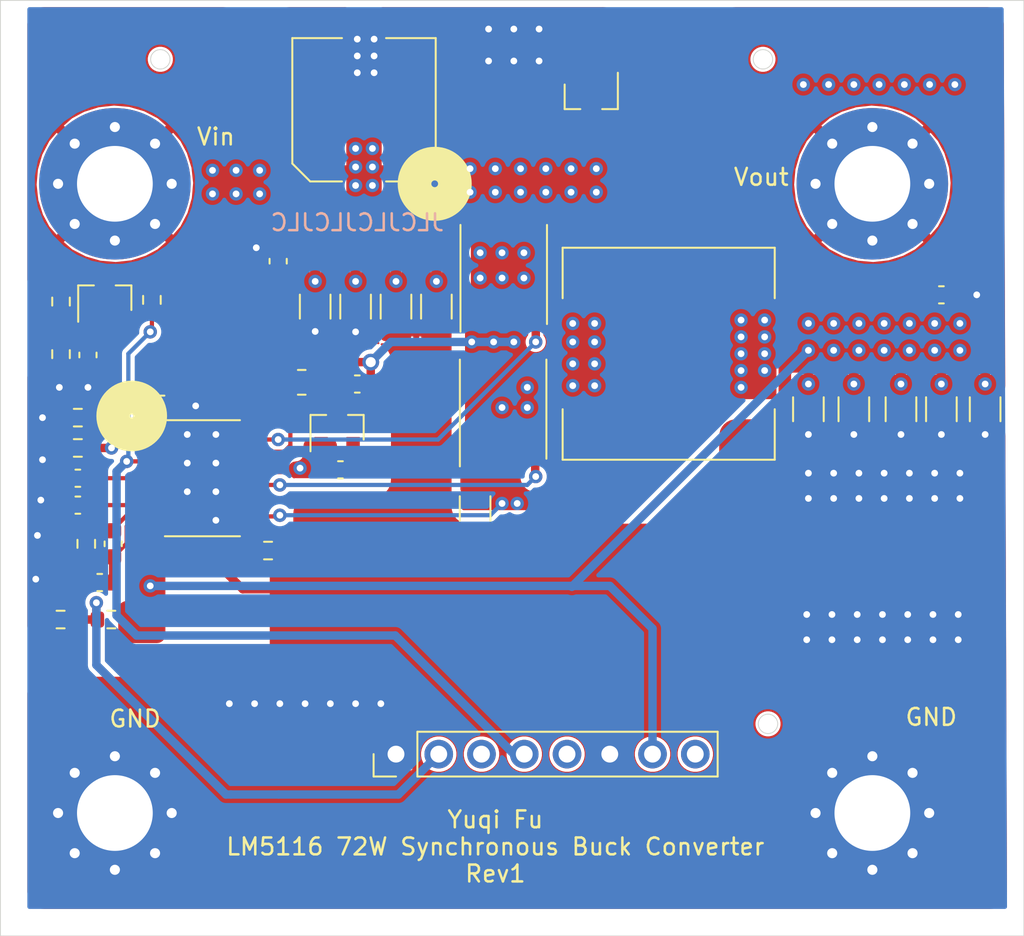
<source format=kicad_pcb>
(kicad_pcb (version 20171130) (host pcbnew "(5.1.8)-1")
  (layers (0 F.Cu power) (1 In1.Cu power) (2 In2.Cu power) (31 B.Cu signal) (34 B.Paste user) (35 F.Paste user) (36 B.SilkS user) (37 F.SilkS user) (38 B.Mask user) (39 F.Mask user) (44 Edge.Cuts user))
  (net 0 "")
  (net 1 CSG)
  (net 2 "Net-(C1-Pad1)")
  (net 3 "Net-(C2-Pad2)")
  (net 4 FB)
  (net 5 "Net-(C3-Pad1)")
  (net 6 Vin)
  (net 7 "Net-(C5-Pad2)")
  (net 8 "Net-(C6-Pad1)")
  (net 9 SW)
  (net 10 "Net-(C11-Pad1)")
  (net 11 Vcc)
  (net 12 Vout)
  (net 13 EN)
  (net 14 "Net-(R5-Pad1)")
  (net 15 "Net-(R7-Pad1)")
  (net 16 "Net-(R8-Pad2)")
  (net 17 CS)
  (net 18 HO)
  (net 19 LO)
  (net 20 "Net-(U1-Pad17)")
  (module MountingHole:MountingHole_4.5mm_Pad_Via (layer F.Cu) (at 121 122.2)
    (fp_text reference H4)
    (fp_text value MountingHole_Pad)
    (pad 1 thru_hole circle (at 2.386485 -2.386485) (size 0.9 0.9) (drill 0.6) (layers *.Cu *.Mask) (net 1 CSG))
    (pad 1 thru_hole circle (at 0 -3.375) (size 0.9 0.9) (drill 0.6) (layers *.Cu *.Mask) (net 1 CSG))
    (pad 1 thru_hole circle (at -2.386485 -2.386485) (size 0.9 0.9) (drill 0.6) (layers *.Cu *.Mask) (net 1 CSG))
    (pad 1 thru_hole circle (at -3.375 0) (size 0.9 0.9) (drill 0.6) (layers *.Cu *.Mask) (net 1 CSG))
    (pad 1 thru_hole circle (at -2.386485 2.386485) (size 0.9 0.9) (drill 0.6) (layers *.Cu *.Mask) (net 1 CSG))
    (pad 1 thru_hole circle (at 0 3.375) (size 0.9 0.9) (drill 0.6) (layers *.Cu *.Mask) (net 1 CSG))
    (pad 1 thru_hole circle (at 2.386485 2.386485) (size 0.9 0.9) (drill 0.6) (layers *.Cu *.Mask) (net 1 CSG))
    (pad 1 thru_hole circle (at 3.375 0) (size 0.9 0.9) (drill 0.6) (layers *.Cu *.Mask) (net 1 CSG))
    (pad 1 thru_hole circle (at 0 0) (size 9 9) (drill 4.5) (layers *.Cu *.Mask) (net 1 CSG))
  )
  (module MountingHole:MountingHole_4.5mm_Pad_Via (layer F.Cu) (at 166 84.8)
    (fp_text reference H3)
    (fp_text value MountingHole_Pad)
    (pad 1 thru_hole circle (at 2.386485 -2.386485) (size 0.9 0.9) (drill 0.6) (layers *.Cu *.Mask) (net 12 Vout))
    (pad 1 thru_hole circle (at 0 -3.375) (size 0.9 0.9) (drill 0.6) (layers *.Cu *.Mask) (net 12 Vout))
    (pad 1 thru_hole circle (at -2.386485 -2.386485) (size 0.9 0.9) (drill 0.6) (layers *.Cu *.Mask) (net 12 Vout))
    (pad 1 thru_hole circle (at -3.375 0) (size 0.9 0.9) (drill 0.6) (layers *.Cu *.Mask) (net 12 Vout))
    (pad 1 thru_hole circle (at -2.386485 2.386485) (size 0.9 0.9) (drill 0.6) (layers *.Cu *.Mask) (net 12 Vout))
    (pad 1 thru_hole circle (at 0 3.375) (size 0.9 0.9) (drill 0.6) (layers *.Cu *.Mask) (net 12 Vout))
    (pad 1 thru_hole circle (at 2.386485 2.386485) (size 0.9 0.9) (drill 0.6) (layers *.Cu *.Mask) (net 12 Vout))
    (pad 1 thru_hole circle (at 3.375 0) (size 0.9 0.9) (drill 0.6) (layers *.Cu *.Mask) (net 12 Vout))
    (pad 1 thru_hole circle (at 0 0) (size 9 9) (drill 4.5) (layers *.Cu *.Mask) (net 12 Vout))
  )
  (module MountingHole:MountingHole_4.5mm_Pad_Via (layer F.Cu) (at 166 122.2)
    (fp_text reference H2)
    (fp_text value MountingHole_Pad)
    (pad 1 thru_hole circle (at 2.386485 -2.386485) (size 0.9 0.9) (drill 0.6) (layers *.Cu *.Mask) (net 1 CSG))
    (pad 1 thru_hole circle (at 0 -3.375) (size 0.9 0.9) (drill 0.6) (layers *.Cu *.Mask) (net 1 CSG))
    (pad 1 thru_hole circle (at -2.386485 -2.386485) (size 0.9 0.9) (drill 0.6) (layers *.Cu *.Mask) (net 1 CSG))
    (pad 1 thru_hole circle (at -3.375 0) (size 0.9 0.9) (drill 0.6) (layers *.Cu *.Mask) (net 1 CSG))
    (pad 1 thru_hole circle (at -2.386485 2.386485) (size 0.9 0.9) (drill 0.6) (layers *.Cu *.Mask) (net 1 CSG))
    (pad 1 thru_hole circle (at 0 3.375) (size 0.9 0.9) (drill 0.6) (layers *.Cu *.Mask) (net 1 CSG))
    (pad 1 thru_hole circle (at 2.386485 2.386485) (size 0.9 0.9) (drill 0.6) (layers *.Cu *.Mask) (net 1 CSG))
    (pad 1 thru_hole circle (at 3.375 0) (size 0.9 0.9) (drill 0.6) (layers *.Cu *.Mask) (net 1 CSG))
    (pad 1 thru_hole circle (at 0 0) (size 9 9) (drill 4.5) (layers *.Cu *.Mask) (net 1 CSG))
  )
  (module MountingHole:MountingHole_4.5mm_Pad_Via (layer F.Cu) (at 121 84.8)
    (fp_text reference H1)
    (fp_text value MountingHole_Pad)
    (pad 1 thru_hole circle (at 2.386485 -2.386485) (size 0.9 0.9) (drill 0.6) (layers *.Cu *.Mask) (net 6 Vin))
    (pad 1 thru_hole circle (at 0 -3.375) (size 0.9 0.9) (drill 0.6) (layers *.Cu *.Mask) (net 6 Vin))
    (pad 1 thru_hole circle (at -2.386485 -2.386485) (size 0.9 0.9) (drill 0.6) (layers *.Cu *.Mask) (net 6 Vin))
    (pad 1 thru_hole circle (at -3.375 0) (size 0.9 0.9) (drill 0.6) (layers *.Cu *.Mask) (net 6 Vin))
    (pad 1 thru_hole circle (at -2.386485 2.386485) (size 0.9 0.9) (drill 0.6) (layers *.Cu *.Mask) (net 6 Vin))
    (pad 1 thru_hole circle (at 0 3.375) (size 0.9 0.9) (drill 0.6) (layers *.Cu *.Mask) (net 6 Vin))
    (pad 1 thru_hole circle (at 2.386485 2.386485) (size 0.9 0.9) (drill 0.6) (layers *.Cu *.Mask) (net 6 Vin))
    (pad 1 thru_hole circle (at 3.375 0) (size 0.9 0.9) (drill 0.6) (layers *.Cu *.Mask) (net 6 Vin))
    (pad 1 thru_hole circle (at 0 0) (size 9 9) (drill 4.5) (layers *.Cu *.Mask) (net 6 Vin))
  )
  (module Capacitor_SMD:C_1206_3216Metric (layer F.Cu) (at 132.9 92.1 270)
    (fp_text reference C10)
    (fp_text value 2.2u)
    (pad 1 smd roundrect (at -1.475 0 270) (size 1.15 1.8) (layers F.Cu F.Paste F.Mask) (roundrect_rratio 0.2173904347826087) (net 6 Vin))
    (pad 2 smd roundrect (at 1.475 0 270) (size 1.15 1.8) (layers F.Cu F.Paste F.Mask) (roundrect_rratio 0.2173904347826087) (net 1 CSG))
  )
  (module Capacitor_SMD:C_1206_3216Metric (layer F.Cu) (at 137.7 92.1 270)
    (fp_text reference C9)
    (fp_text value 2.2u)
    (pad 2 smd roundrect (at 1.475 0 270) (size 1.15 1.8) (layers F.Cu F.Paste F.Mask) (roundrect_rratio 0.2173904347826087) (net 1 CSG))
    (pad 1 smd roundrect (at -1.475 0 270) (size 1.15 1.8) (layers F.Cu F.Paste F.Mask) (roundrect_rratio 0.2173904347826087) (net 6 Vin))
  )
  (module Capacitor_SMD:C_1206_3216Metric (layer F.Cu) (at 140.1 92.1 270)
    (fp_text reference C8)
    (fp_text value 2.2u)
    (pad 2 smd roundrect (at 1.475 0 270) (size 1.15 1.8) (layers F.Cu F.Paste F.Mask) (roundrect_rratio 0.2173904347826087) (net 1 CSG))
    (pad 1 smd roundrect (at -1.475 0 270) (size 1.15 1.8) (layers F.Cu F.Paste F.Mask) (roundrect_rratio 0.2173904347826087) (net 6 Vin))
  )
  (module Capacitor_SMD:C_1206_3216Metric (layer F.Cu) (at 135.3 92.1 270)
    (fp_text reference C7)
    (fp_text value 2.2u)
    (pad 2 smd roundrect (at 1.475 0 270) (size 1.15 1.8) (layers F.Cu F.Paste F.Mask) (roundrect_rratio 0.2173904347826087) (net 1 CSG))
    (pad 1 smd roundrect (at -1.475 0 270) (size 1.15 1.8) (layers F.Cu F.Paste F.Mask) (roundrect_rratio 0.2173904347826087) (net 6 Vin))
  )
  (module Capacitor_SMD:C_Elec_8x10.2 (layer F.Cu) (at 135.8 80.4 90)
    (fp_text reference C4)
    (fp_text value 47u)
    (pad 2 smd roundrect (at 3.6 0 90) (size 4.5 2.1) (layers F.Cu F.Paste F.Mask) (roundrect_rratio 0.1190471428571429) (net 1 CSG))
    (pad 1 smd roundrect (at -3.6 0 90) (size 4.5 2.1) (layers F.Cu F.Paste F.Mask) (roundrect_rratio 0.1190471428571429) (net 6 Vin))
  )
  (module Diode_SMD:D_SOT-23_ANK (layer F.Cu) (at 149.3 79.6 270)
    (fp_text reference D3)
    (fp_text value CMPD2003)
    (pad 1 smd rect (at 1 0 270) (size 0.9 0.8) (layers F.Cu F.Paste F.Mask) (net 6 Vin))
    (pad "" smd rect (at -1 0.95 270) (size 0.9 0.8) (layers F.Cu F.Paste F.Mask))
    (pad 2 smd rect (at -1 -0.95 270) (size 0.9 0.8) (layers F.Cu F.Paste F.Mask) (net 1 CSG))
  )
  (module Capacitor_SMD:C_0603_1608Metric (layer F.Cu) (at 170.1 91.4)
    (fp_text reference C20)
    (fp_text value 22n)
    (pad 2 smd roundrect (at 0.775 0) (size 0.9 0.95) (layers F.Cu F.Paste F.Mask) (net 1 CSG))
    (pad 1 smd roundrect (at -0.775 0) (size 0.9 0.95) (layers F.Cu F.Paste F.Mask) (net 12 Vout))
  )
  (module Capacitor_SMD:C_0603_1608Metric (layer F.Cu) (at 130.7 89.4 90)
    (fp_text reference C12)
    (fp_text value 22n)
    (pad 2 smd roundrect (at 0.775 0 90) (size 0.9 0.95) (layers F.Cu F.Paste F.Mask) (net 1 CSG))
    (pad 1 smd roundrect (at -0.775 0 90) (size 0.9 0.95) (layers F.Cu F.Paste F.Mask) (net 6 Vin))
  )
  (module Capacitor_SMD:C_0603_1608Metric (layer F.Cu) (at 120.9 106.2 90)
    (fp_text reference C3)
    (fp_text value 5p)
    (pad 2 smd roundrect (at 0.775 0 90) (size 0.9 0.95) (layers F.Cu F.Paste F.Mask) (net 4 FB))
    (pad 1 smd roundrect (at -0.775 0 90) (size 0.9 0.95) (layers F.Cu F.Paste F.Mask) (net 5 "Net-(C3-Pad1)"))
  )
  (module Capacitor_SMD:C_0603_1608Metric (layer F.Cu) (at 135.4 96.7)
    (fp_text reference C11)
    (fp_text value 1u)
    (pad 2 smd roundrect (at 0.775 0) (size 0.9 0.95) (layers F.Cu F.Paste F.Mask) (net 9 SW))
    (pad 1 smd roundrect (at -0.775 0) (size 0.9 0.95) (layers F.Cu F.Paste F.Mask) (net 10 "Net-(C11-Pad1)"))
  )
  (module Capacitor_SMD:C_0603_1608Metric (layer F.Cu) (at 119.4 94.975 270)
    (fp_text reference C1)
    (fp_text value 1u)
    (pad 2 smd roundrect (at 0.775 0 270) (size 0.9 0.95) (layers F.Cu F.Paste F.Mask) (net 1 CSG))
    (pad 1 smd roundrect (at -0.775 0 270) (size 0.9 0.95) (layers F.Cu F.Paste F.Mask) (net 2 "Net-(C1-Pad1)"))
  )
  (module Capacitor_SMD:C_0603_1608Metric (layer F.Cu) (at 118.8 103.9 180)
    (fp_text reference C6)
    (fp_text value 100n)
    (pad 2 smd roundrect (at 0.775 0 180) (size 0.9 0.95) (layers F.Cu F.Paste F.Mask) (net 1 CSG))
    (pad 1 smd roundrect (at -0.775 0 180) (size 0.9 0.95) (layers F.Cu F.Paste F.Mask) (net 8 "Net-(C6-Pad1)"))
  )
  (module Resistor_SMD:R_0603_1608Metric (layer F.Cu) (at 117.8 91.8 270)
    (fp_text reference R1)
    (fp_text value 100k)
    (pad 2 smd roundrect (at 0.825 0 270) (size 0.8 0.95) (layers F.Cu F.Paste F.Mask) (net 2 "Net-(C1-Pad1)"))
    (pad 1 smd roundrect (at -0.825 0 270) (size 0.8 0.95) (layers F.Cu F.Paste F.Mask) (net 6 Vin))
  )
  (module Capacitor_SMD:C_0603_1608Metric (layer F.Cu) (at 120.1 108.5 180)
    (fp_text reference C5)
    (fp_text value 2n)
    (pad 2 smd roundrect (at 0.775 0 180) (size 0.9 0.95) (layers F.Cu F.Paste F.Mask) (net 7 "Net-(C5-Pad2)"))
    (pad 1 smd roundrect (at -0.775 0 180) (size 0.9 0.95) (layers F.Cu F.Paste F.Mask) (net 5 "Net-(C3-Pad1)"))
  )
  (module Resistor_SMD:R_0603_1608Metric (layer F.Cu) (at 117.8 94.925 270)
    (fp_text reference R2)
    (fp_text value 10k)
    (pad 2 smd roundrect (at 0.825 0 270) (size 0.8 0.95) (layers F.Cu F.Paste F.Mask) (net 1 CSG))
    (pad 1 smd roundrect (at -0.825 0 270) (size 0.8 0.95) (layers F.Cu F.Paste F.Mask) (net 2 "Net-(C1-Pad1)"))
  )
  (module Capacitor_SMD:C_0603_1608Metric (layer F.Cu) (at 123.8 97.9 180)
    (fp_text reference C19)
    (fp_text value 100n)
    (pad 2 smd roundrect (at 0.775 0 180) (size 0.9 0.95) (layers F.Cu F.Paste F.Mask) (net 6 Vin))
    (pad 1 smd roundrect (at -0.775 0 180) (size 0.9 0.95) (layers F.Cu F.Paste F.Mask) (net 1 CSG))
  )
  (module Capacitor_SMD:C_0603_1608Metric (layer F.Cu) (at 134.4 101.8)
    (fp_text reference C13)
    (fp_text value 1u)
    (pad 2 smd roundrect (at 0.775 0) (size 0.9 0.95) (layers F.Cu F.Paste F.Mask) (net 1 CSG))
    (pad 1 smd roundrect (at -0.775 0) (size 0.9 0.95) (layers F.Cu F.Paste F.Mask) (net 11 Vcc))
  )
  (module Resistor_SMD:R_0603_1608Metric (layer F.Cu) (at 119.3 106.2 90)
    (fp_text reference R3)
    (fp_text value 62k)
    (pad 2 smd roundrect (at 0.825 0 90) (size 0.8 0.95) (layers F.Cu F.Paste F.Mask) (net 4 FB))
    (pad 1 smd roundrect (at -0.825 0 90) (size 0.8 0.95) (layers F.Cu F.Paste F.Mask) (net 7 "Net-(C5-Pad2)"))
  )
  (module Capacitor_SMD:C_0603_1608Metric (layer F.Cu) (at 118.8 102.3)
    (fp_text reference C2)
    (fp_text value 560p)
    (pad 2 smd roundrect (at 0.775 0) (size 0.9 0.95) (layers F.Cu F.Paste F.Mask) (net 3 "Net-(C2-Pad2)"))
    (pad 1 smd roundrect (at -0.775 0) (size 0.9 0.95) (layers F.Cu F.Paste F.Mask) (net 1 CSG))
  )
  (module Resistor_SMD:R_0603_1608Metric (layer F.Cu) (at 130.1 106.6)
    (fp_text reference R7)
    (fp_text value 10k)
    (pad 2 smd roundrect (at 0.825 0) (size 0.8 0.95) (layers F.Cu F.Paste F.Mask) (net 1 CSG))
    (pad 1 smd roundrect (at -0.825 0) (size 0.8 0.95) (layers F.Cu F.Paste F.Mask) (net 15 "Net-(R7-Pad1)"))
  )
  (module Resistor_SMD:R_0603_1608Metric (layer F.Cu) (at 123.2 91.7 90)
    (fp_text reference R6)
    (fp_text value 1M)
    (pad 2 smd roundrect (at 0.825 0 90) (size 0.8 0.95) (layers F.Cu F.Paste F.Mask) (net 6 Vin))
    (pad 1 smd roundrect (at -0.825 0 90) (size 0.8 0.95) (layers F.Cu F.Paste F.Mask) (net 13 EN))
  )
  (module Resistor_SMD:R_0603_1608Metric (layer F.Cu) (at 118.8 98.7 180)
    (fp_text reference R5)
    (fp_text value 12.4k)
    (pad 2 smd roundrect (at 0.825 0 180) (size 0.8 0.95) (layers F.Cu F.Paste F.Mask) (net 1 CSG))
    (pad 1 smd roundrect (at -0.825 0 180) (size 0.8 0.95) (layers F.Cu F.Paste F.Mask) (net 14 "Net-(R5-Pad1)"))
  )
  (module Package_SO:HTSSOP-20-1EP_4.4x6.5mm_P0.65mm_EP3.4x6.5mm (layer F.Cu) (at 126.2 102.3)
    (fp_text reference U1)
    (fp_text value LM5116NH)
    (pad 21 smd rect (at 0 0) (size 3.4 6.5) (layers F.Cu F.Mask) (net 1 CSG))
    (pad 20 smd rect (at 2.95 -2.92) (size 1.45 0.45) (layers F.Cu F.Paste F.Mask) (net 9 SW))
    (pad 19 smd rect (at 2.95 -2.27) (size 1.45 0.45) (layers F.Cu F.Paste F.Mask) (net 18 HO))
    (pad 18 smd rect (at 2.95 -1.62) (size 1.45 0.45) (layers F.Cu F.Paste F.Mask) (net 16 "Net-(R8-Pad2)"))
    (pad 17 smd rect (at 2.95 -0.97) (size 1.45 0.45) (layers F.Cu F.Paste F.Mask) (net 20 "Net-(U1-Pad17)"))
    (pad 16 smd rect (at 2.95 -0.33) (size 1.45 0.45) (layers F.Cu F.Paste F.Mask) (net 11 Vcc))
    (pad 15 smd rect (at 2.95 0.33) (size 1.45 0.45) (layers F.Cu F.Paste F.Mask) (net 19 LO))
    (pad 14 smd rect (at 2.95 0.97) (size 1.45 0.45) (layers F.Cu F.Paste F.Mask) (net 1 CSG))
    (pad 13 smd rect (at 2.95 1.62) (size 1.45 0.45) (layers F.Cu F.Paste F.Mask) (net 1 CSG))
    (pad 12 smd rect (at 2.95 2.27) (size 1.45 0.45) (layers F.Cu F.Paste F.Mask) (net 17 CS))
    (pad 11 smd rect (at 2.95 2.92) (size 1.45 0.45) (layers F.Cu F.Paste F.Mask) (net 15 "Net-(R7-Pad1)"))
    (pad 10 smd rect (at -2.95 2.92) (size 1.45 0.45) (layers F.Cu F.Paste F.Mask) (net 12 Vout))
    (pad 9 smd rect (at -2.95 2.27) (size 1.45 0.45) (layers F.Cu F.Paste F.Mask) (net 5 "Net-(C3-Pad1)"))
    (pad 8 smd rect (at -2.95 1.62) (size 1.45 0.45) (layers F.Cu F.Paste F.Mask) (net 4 FB))
    (pad 7 smd rect (at -2.95 0.97) (size 1.45 0.45) (layers F.Cu F.Paste F.Mask) (net 8 "Net-(C6-Pad1)"))
    (pad 6 smd rect (at -2.95 0.33) (size 1.45 0.45) (layers F.Cu F.Paste F.Mask) (net 1 CSG))
    (pad 5 smd rect (at -2.95 -0.33) (size 1.45 0.45) (layers F.Cu F.Paste F.Mask) (net 3 "Net-(C2-Pad2)"))
    (pad 4 smd rect (at -2.95 -0.97) (size 1.45 0.45) (layers F.Cu F.Paste F.Mask) (net 13 EN))
    (pad 3 smd rect (at -2.95 -1.62) (size 1.45 0.45) (layers F.Cu F.Paste F.Mask) (net 14 "Net-(R5-Pad1)"))
    (pad 2 smd rect (at -2.95 -2.27) (size 1.45 0.45) (layers F.Cu F.Paste F.Mask) (net 2 "Net-(C1-Pad1)"))
    (pad 1 smd rect (at -2.95 -2.92) (size 1.45 0.45) (layers F.Cu F.Paste F.Mask) (net 6 Vin))
  )
  (module Resistor_SMD:R_0603_1608Metric (layer F.Cu) (at 118.8 100.5)
    (fp_text reference R4)
    (fp_text value 470k)
    (pad 2 smd roundrect (at 0.825 0) (size 0.8 0.95) (layers F.Cu F.Paste F.Mask) (net 11 Vcc))
    (pad 1 smd roundrect (at -0.825 0) (size 0.8 0.95) (layers F.Cu F.Paste F.Mask) (net 3 "Net-(C2-Pad2)"))
  )
  (module Diode_SMD:D_SOT-23_ANK (layer F.Cu) (at 120.4 91.6 90)
    (fp_text reference D1)
    (fp_text value CMPD2003)
    (pad 1 smd rect (at 1 0 90) (size 0.9 0.8) (layers F.Cu F.Paste F.Mask) (net 6 Vin))
    (pad "" smd rect (at -1 0.95 90) (size 0.9 0.8) (layers F.Cu F.Paste F.Mask))
    (pad 2 smd rect (at -1 -0.95 90) (size 0.9 0.8) (layers F.Cu F.Paste F.Mask) (net 2 "Net-(C1-Pad1)"))
  )
  (module Resistor_SMD:R_0805_2012Metric (layer F.Cu) (at 132.1 96.6 180)
    (fp_text reference R8)
    (fp_text value 2.2R)
    (pad 2 smd roundrect (at 0.9125 0 180) (size 1.025 1.4) (layers F.Cu F.Paste F.Mask) (roundrect_rratio 0.2439004878048781) (net 16 "Net-(R8-Pad2)"))
    (pad 1 smd roundrect (at -0.9125 0 180) (size 1.025 1.4) (layers F.Cu F.Paste F.Mask) (roundrect_rratio 0.2439004878048781) (net 10 "Net-(C11-Pad1)"))
  )
  (module Diode_SMD:D_SOT-23_ANK (layer F.Cu) (at 134.2 99.3 90)
    (fp_text reference D2)
    (fp_text value CMPD2003)
    (pad 1 smd rect (at 1 0 90) (size 0.9 0.8) (layers F.Cu F.Paste F.Mask) (net 10 "Net-(C11-Pad1)"))
    (pad "" smd rect (at -1 0.95 90) (size 0.9 0.8) (layers F.Cu F.Paste F.Mask))
    (pad 2 smd rect (at -1 -0.95 90) (size 0.9 0.8) (layers F.Cu F.Paste F.Mask) (net 11 Vcc))
  )
  (module Resistor_SMD:R_0603_1608Metric (layer F.Cu) (at 117.775 110.7 180)
    (fp_text reference R11)
    (fp_text value 1.3k)
    (pad 2 smd roundrect (at 0.825 0 180) (size 0.8 0.95) (layers F.Cu F.Paste F.Mask) (net 1 CSG))
    (pad 1 smd roundrect (at -0.825 0 180) (size 0.8 0.95) (layers F.Cu F.Paste F.Mask) (net 4 FB))
  )
  (module Resistor_SMD:R_0603_1608Metric (layer F.Cu) (at 120.7875 110.7 180)
    (fp_text reference R10)
    (fp_text value 12k)
    (pad 2 smd roundrect (at 0.825 0 180) (size 0.8 0.95) (layers F.Cu F.Paste F.Mask) (net 4 FB))
    (pad 1 smd roundrect (at -0.825 0 180) (size 0.8 0.95) (layers F.Cu F.Paste F.Mask) (net 12 Vout))
  )
  (module Connector_PinHeader_2.54mm:PinHeader_1x08_P2.54mm_Vertical (layer F.Cu) (at 137.7 118.7 90)
    (fp_text reference J2)
    (fp_text value Conn_01x08_Female)
    (pad 8 thru_hole oval (at 0 17.78 90) (size 1.7 1.7) (drill 1) (layers *.Cu *.Mask) (net 6 Vin))
    (pad 7 thru_hole oval (at 0 15.24 90) (size 1.7 1.7) (drill 1) (layers *.Cu *.Mask) (net 12 Vout))
    (pad 6 thru_hole oval (at 0 12.7 90) (size 1.7 1.7) (drill 1) (layers *.Cu *.Mask) (net 1 CSG))
    (pad 5 thru_hole oval (at 0 10.16 90) (size 1.7 1.7) (drill 1) (layers *.Cu *.Mask) (net 9 SW))
    (pad 4 thru_hole oval (at 0 7.62 90) (size 1.7 1.7) (drill 1) (layers *.Cu *.Mask) (net 13 EN))
    (pad 3 thru_hole oval (at 0 5.08 90) (size 1.7 1.7) (drill 1) (layers *.Cu *.Mask) (net 17 CS))
    (pad 2 thru_hole oval (at 0 2.54 90) (size 1.7 1.7) (drill 1) (layers *.Cu *.Mask) (net 4 FB))
    (pad 1 thru_hole rect (at 0 0 90) (size 1.7 1.7) (drill 1) (layers *.Cu *.Mask) (net 1 CSG))
  )
  (module Package_SO:PowerPAK_SO-8_Single (layer F.Cu) (at 144.065 98.195 90)
    (fp_text reference U3)
    (fp_text value Si7850)
    (pad 5 smd rect (at 0.69 0 90) (size 3.81 3.91) (layers F.Cu F.Paste F.Mask) (net 9 SW))
    (pad 5 smd rect (at 2.795 -1.905 90) (size 1.02 0.61) (layers F.Cu F.Paste F.Mask) (net 9 SW))
    (pad 5 smd rect (at 2.795 -0.635 90) (size 1.02 0.61) (layers F.Cu F.Paste F.Mask) (net 9 SW))
    (pad 5 smd rect (at 2.795 0.635 90) (size 1.02 0.61) (layers F.Cu F.Paste F.Mask) (net 9 SW))
    (pad 5 smd rect (at 2.795 1.905 90) (size 1.02 0.61) (layers F.Cu F.Paste F.Mask) (net 9 SW))
    (pad 4 smd rect (at -2.67 1.905 90) (size 1.27 0.61) (layers F.Cu F.Paste F.Mask) (net 19 LO))
    (pad 3 smd rect (at -2.67 0.635 90) (size 1.27 0.61) (layers F.Cu F.Paste F.Mask) (net 17 CS))
    (pad 2 smd rect (at -2.67 -0.635 90) (size 1.27 0.61) (layers F.Cu F.Paste F.Mask) (net 17 CS))
    (pad 1 smd rect (at -2.67 -1.905 90) (size 1.27 0.61) (layers F.Cu F.Paste F.Mask) (net 17 CS))
  )
  (module Package_SO:PowerPAK_SO-8_Single (layer F.Cu) (at 144.1 90.19 90)
    (fp_text reference U2)
    (fp_text value Si7850)
    (pad 5 smd rect (at 0.69 0 90) (size 3.81 3.91) (layers F.Cu F.Paste F.Mask) (net 6 Vin))
    (pad 5 smd rect (at 2.795 -1.905 90) (size 1.02 0.61) (layers F.Cu F.Paste F.Mask) (net 6 Vin))
    (pad 5 smd rect (at 2.795 -0.635 90) (size 1.02 0.61) (layers F.Cu F.Paste F.Mask) (net 6 Vin))
    (pad 5 smd rect (at 2.795 0.635 90) (size 1.02 0.61) (layers F.Cu F.Paste F.Mask) (net 6 Vin))
    (pad 5 smd rect (at 2.795 1.905 90) (size 1.02 0.61) (layers F.Cu F.Paste F.Mask) (net 6 Vin))
    (pad 4 smd rect (at -2.67 1.905 90) (size 1.27 0.61) (layers F.Cu F.Paste F.Mask) (net 18 HO))
    (pad 3 smd rect (at -2.67 0.635 90) (size 1.27 0.61) (layers F.Cu F.Paste F.Mask) (net 9 SW))
    (pad 2 smd rect (at -2.67 -0.635 90) (size 1.27 0.61) (layers F.Cu F.Paste F.Mask) (net 9 SW))
    (pad 1 smd rect (at -2.67 -1.905 90) (size 1.27 0.61) (layers F.Cu F.Paste F.Mask) (net 9 SW))
  )
  (module Resistor_SMD:R_1206_3216Metric (layer F.Cu) (at 142.4 104.1 90)
    (fp_text reference R9)
    (fp_text value 0.013R)
    (pad 2 smd roundrect (at 1.4625 0 90) (size 1.125 1.75) (layers F.Cu F.Paste F.Mask) (roundrect_rratio 0.2222195555555556) (net 17 CS))
    (pad 1 smd roundrect (at -1.4625 0 90) (size 1.125 1.75) (layers F.Cu F.Paste F.Mask) (roundrect_rratio 0.2222195555555556) (net 1 CSG))
  )
  (module Inductor_SMD:L_12x12mm_H6mm (layer F.Cu) (at 153.9 94.9)
    (fp_text reference L1)
    (fp_text value 22u)
    (pad 2 smd rect (at 4.95 0) (size 2.9 5.4) (layers F.Cu F.Paste F.Mask) (net 12 Vout))
    (pad 1 smd rect (at -4.95 0) (size 2.9 5.4) (layers F.Cu F.Paste F.Mask) (net 9 SW))
  )
  (module Capacitor_SMD:C_1206_3216Metric (layer F.Cu) (at 170.1 98.2 270)
    (fp_text reference C18)
    (fp_text value 47u)
    (pad 2 smd roundrect (at 1.475 0 270) (size 1.15 1.8) (layers F.Cu F.Paste F.Mask) (roundrect_rratio 0.2173904347826087) (net 1 CSG))
    (pad 1 smd roundrect (at -1.475 0 270) (size 1.15 1.8) (layers F.Cu F.Paste F.Mask) (roundrect_rratio 0.2173904347826087) (net 12 Vout))
  )
  (module Capacitor_SMD:C_1206_3216Metric (layer F.Cu) (at 167.7 98.2 270)
    (fp_text reference C17)
    (fp_text value 47u)
    (pad 2 smd roundrect (at 1.475 0 270) (size 1.15 1.8) (layers F.Cu F.Paste F.Mask) (roundrect_rratio 0.2173904347826087) (net 1 CSG))
    (pad 1 smd roundrect (at -1.475 0 270) (size 1.15 1.8) (layers F.Cu F.Paste F.Mask) (roundrect_rratio 0.2173904347826087) (net 12 Vout))
  )
  (module Capacitor_SMD:C_1206_3216Metric (layer F.Cu) (at 162.2 98.2 270)
    (fp_text reference C16)
    (fp_text value 47u)
    (pad 2 smd roundrect (at 1.475 0 270) (size 1.15 1.8) (layers F.Cu F.Paste F.Mask) (roundrect_rratio 0.2173904347826087) (net 1 CSG))
    (pad 1 smd roundrect (at -1.475 0 270) (size 1.15 1.8) (layers F.Cu F.Paste F.Mask) (roundrect_rratio 0.2173904347826087) (net 12 Vout))
  )
  (module Capacitor_SMD:C_1206_3216Metric (layer F.Cu) (at 172.7 98.2 270)
    (fp_text reference C15)
    (fp_text value 47u)
    (pad 2 smd roundrect (at 1.475 0 270) (size 1.15 1.8) (layers F.Cu F.Paste F.Mask) (roundrect_rratio 0.2173904347826087) (net 1 CSG))
    (pad 1 smd roundrect (at -1.475 0 270) (size 1.15 1.8) (layers F.Cu F.Paste F.Mask) (roundrect_rratio 0.2173904347826087) (net 12 Vout))
  )
  (module Capacitor_SMD:C_1206_3216Metric (layer F.Cu) (at 164.9 98.2 270)
    (fp_text reference C14)
    (fp_text value 47u)
    (pad 2 smd roundrect (at 1.475 0 270) (size 1.15 1.8) (layers F.Cu F.Paste F.Mask) (roundrect_rratio 0.2173904347826087) (net 1 CSG))
    (pad 1 smd roundrect (at -1.475 0 270) (size 1.15 1.8) (layers F.Cu F.Paste F.Mask) (roundrect_rratio 0.2173904347826087) (net 12 Vout))
  )
  (gr_circle (center 140 84.8) (end 140.2 84.8) (layer F.SilkS) (width 2))
  (gr_circle (center 122 98.6) (end 122.1 98.6) (layer F.SilkS) (width 2))
  (gr_circle (center 159.8 116.9) (end 160.376 116.9) (layer Edge.Cuts) (width 0.05))
  (gr_circle (center 159.5 77.4) (end 160.076 77.4) (layer Edge.Cuts) (width 0.05))
  (gr_circle (center 123.7 77.4) (end 124.276 77.4) (layer Edge.Cuts) (width 0.05))
  (gr_text JLCJLCJLCJLC (at 135.4 87.1) (layer B.SilkS) (effects (font (size 1 1)) (justify mirror)))
  (gr_text "Yuqi Fu\nLM5116 72W Synchronous Buck Converter\nRev1" (at 143.6 124.2) (layer F.SilkS) (effects (font (size 1 1))))
  (gr_text GND (at 122.2 116.6) (layer F.SilkS) (effects (font (size 1 1))))
  (gr_text GND (at 169.5 116.5) (layer F.SilkS) (effects (font (size 1 1))))
  (gr_text Vin (at 127 82) (layer F.SilkS) (effects (font (size 1 1))))
  (gr_text Vout (at 159.4 84.4) (layer F.SilkS) (effects (font (size 1 1))))
  (gr_line (start 175 129.5) (end 175 73.9) (layer Edge.Cuts) (width 0.05))
  (gr_line (start 114.2 73.9) (end 114.2 129.5) (layer Edge.Cuts) (width 0.05))
  (gr_line (start 114.2 129.5) (end 175 129.5) (layer Edge.Cuts) (width 0.05))
  (gr_line (start 114.2 73.9) (end 175 73.9) (layer Edge.Cuts) (width 0.05))
  (via (at 136.4 76.2) (size 0.8) (drill 0.4) (layers F.Cu B.Cu) (net 1))
  (via (at 135.4 76.2) (size 0.8) (drill 0.4) (layers F.Cu B.Cu) (net 1))
  (via (at 136.4 77.2) (size 0.8) (drill 0.4) (layers F.Cu B.Cu) (net 1))
  (via (at 135.4 77.2) (size 0.8) (drill 0.4) (layers F.Cu B.Cu) (net 1))
  (via (at 136.4 78.2) (size 0.8) (drill 0.4) (layers F.Cu B.Cu) (net 1))
  (via (at 135.4 78.2) (size 0.8) (drill 0.4) (layers F.Cu B.Cu) (net 1))
  (via (at 135.3 93.6) (size 0.8) (drill 0.4) (layers F.Cu B.Cu) (net 1))
  (via (at 172.7 99.7) (size 0.8) (drill 0.4) (layers F.Cu B.Cu) (net 1))
  (via (at 170.1 99.7) (size 0.8) (drill 0.4) (layers F.Cu B.Cu) (net 1))
  (via (at 167.7 99.7) (size 0.8) (drill 0.4) (layers F.Cu B.Cu) (net 1))
  (via (at 164.9 99.7) (size 0.8) (drill 0.4) (layers F.Cu B.Cu) (net 1))
  (via (at 162.2 99.7) (size 0.8) (drill 0.4) (layers F.Cu B.Cu) (net 1))
  (via (at 166.7 102) (size 0.8) (drill 0.4) (layers F.Cu B.Cu) (net 1))
  (via (at 162.2 103.5) (size 0.8) (drill 0.4) (layers F.Cu B.Cu) (net 1))
  (via (at 169.7 102) (size 0.8) (drill 0.4) (layers F.Cu B.Cu) (net 1))
  (via (at 166.7 103.5) (size 0.8) (drill 0.4) (layers F.Cu B.Cu) (net 1))
  (via (at 168.2 102) (size 0.8) (drill 0.4) (layers F.Cu B.Cu) (net 1))
  (via (at 171.2 102) (size 0.8) (drill 0.4) (layers F.Cu B.Cu) (net 1))
  (via (at 169.7 103.5) (size 0.8) (drill 0.4) (layers F.Cu B.Cu) (net 1))
  (via (at 165.2 103.5) (size 0.8) (drill 0.4) (layers F.Cu B.Cu) (net 1))
  (via (at 168.2 103.5) (size 0.8) (drill 0.4) (layers F.Cu B.Cu) (net 1))
  (via (at 163.7 103.5) (size 0.8) (drill 0.4) (layers F.Cu B.Cu) (net 1))
  (via (at 162.2 102) (size 0.8) (drill 0.4) (layers F.Cu B.Cu) (net 1))
  (via (at 171.2 103.5) (size 0.8) (drill 0.4) (layers F.Cu B.Cu) (net 1))
  (via (at 165.2 102) (size 0.8) (drill 0.4) (layers F.Cu B.Cu) (net 1))
  (via (at 163.7 102) (size 0.8) (drill 0.4) (layers F.Cu B.Cu) (net 1))
  (via (at 125.3 103.1) (size 0.8) (drill 0.4) (layers F.Cu B.Cu) (net 1))
  (via (at 125.3 101.4) (size 0.8) (drill 0.4) (layers F.Cu B.Cu) (net 1))
  (via (at 125.3 99.7) (size 0.8) (drill 0.4) (layers F.Cu B.Cu) (net 1))
  (via (at 127 103.1) (size 0.8) (drill 0.4) (layers F.Cu B.Cu) (net 1))
  (via (at 127 99.7) (size 0.8) (drill 0.4) (layers F.Cu B.Cu) (net 1))
  (via (at 127 101.4) (size 0.8) (drill 0.4) (layers F.Cu B.Cu) (net 1))
  (via (at 127 104.8) (size 0.8) (drill 0.4) (layers F.Cu B.Cu) (net 1))
  (via (at 127.8 115.7) (size 0.8) (drill 0.4) (layers F.Cu B.Cu) (net 1))
  (via (at 130.8 115.7) (size 0.8) (drill 0.4) (layers F.Cu B.Cu) (net 1))
  (via (at 132.3 115.7) (size 0.8) (drill 0.4) (layers F.Cu B.Cu) (net 1))
  (via (at 129.3 115.7) (size 0.8) (drill 0.4) (layers F.Cu B.Cu) (net 1))
  (via (at 136.8 115.7) (size 0.8) (drill 0.4) (layers F.Cu B.Cu) (net 1))
  (via (at 135.3 115.7) (size 0.8) (drill 0.4) (layers F.Cu B.Cu) (net 1))
  (via (at 133.8 115.7) (size 0.8) (drill 0.4) (layers F.Cu B.Cu) (net 1))
  (via (at 162.1 110.4) (size 0.8) (drill 0.4) (layers F.Cu B.Cu) (net 1))
  (via (at 165.1 110.4) (size 0.8) (drill 0.4) (layers F.Cu B.Cu) (net 1))
  (via (at 166.6 110.4) (size 0.8) (drill 0.4) (layers F.Cu B.Cu) (net 1))
  (via (at 163.6 110.4) (size 0.8) (drill 0.4) (layers F.Cu B.Cu) (net 1))
  (via (at 171.1 110.4) (size 0.8) (drill 0.4) (layers F.Cu B.Cu) (net 1))
  (via (at 169.6 110.4) (size 0.8) (drill 0.4) (layers F.Cu B.Cu) (net 1))
  (via (at 168.1 110.4) (size 0.8) (drill 0.4) (layers F.Cu B.Cu) (net 1))
  (via (at 162.1 111.9) (size 0.8) (drill 0.4) (layers F.Cu B.Cu) (net 1))
  (via (at 165.1 111.9) (size 0.8) (drill 0.4) (layers F.Cu B.Cu) (net 1))
  (via (at 166.6 111.9) (size 0.8) (drill 0.4) (layers F.Cu B.Cu) (net 1))
  (via (at 163.6 111.9) (size 0.8) (drill 0.4) (layers F.Cu B.Cu) (net 1))
  (via (at 171.1 111.9) (size 0.8) (drill 0.4) (layers F.Cu B.Cu) (net 1))
  (via (at 169.6 111.9) (size 0.8) (drill 0.4) (layers F.Cu B.Cu) (net 1))
  (via (at 168.1 111.9) (size 0.8) (drill 0.4) (layers F.Cu B.Cu) (net 1))
  (via (at 143.2 75.6) (size 0.8) (drill 0.4) (layers F.Cu B.Cu) (net 1))
  (via (at 146.2 75.6) (size 0.8) (drill 0.4) (layers F.Cu B.Cu) (net 1))
  (via (at 144.7 75.6) (size 0.8) (drill 0.4) (layers F.Cu B.Cu) (net 1))
  (via (at 143.2 77.5) (size 0.8) (drill 0.4) (layers F.Cu B.Cu) (net 1))
  (via (at 146.2 77.5) (size 0.8) (drill 0.4) (layers F.Cu B.Cu) (net 1))
  (via (at 144.7 77.5) (size 0.8) (drill 0.4) (layers F.Cu B.Cu) (net 1))
  (via (at 119.4 96.9) (size 0.8) (drill 0.4) (layers F.Cu B.Cu) (net 1))
  (via (at 117.7 96.9) (size 0.8) (drill 0.4) (layers F.Cu B.Cu) (net 1))
  (via (at 116.7 98.7) (size 0.8) (drill 0.4) (layers F.Cu B.Cu) (net 1))
  (via (at 116.7 101.2) (size 0.8) (drill 0.4) (layers F.Cu B.Cu) (net 1))
  (via (at 116.6 103.6) (size 0.8) (drill 0.4) (layers F.Cu B.Cu) (net 1))
  (segment (start 129.49 103.6) (end 130.7 103.6) (width 0.25) (layer F.Cu) (net 1))
  (segment (start 129.2 103.89) (end 129.49 103.6) (width 0.25) (layer F.Cu) (net 1))
  (via (at 125.8 98) (size 0.8) (drill 0.4) (layers F.Cu B.Cu) (net 1))
  (segment (start 125.7 97.9) (end 125.8 98) (width 0.5) (layer F.Cu) (net 1))
  (segment (start 124.575 97.9) (end 125.7 97.9) (width 0.5) (layer F.Cu) (net 1))
  (segment (start 135.175 101.8) (end 137.9 101.8) (width 0.5) (layer F.Cu) (net 1))
  (segment (start 116.6 103.6) (end 116.6 105.7) (width 0.25) (layer F.Cu) (net 1))
  (segment (start 129.56 103.6) (end 130.2 103.6) (width 0.25) (layer F.Cu) (net 1))
  (segment (start 130.2 103.6) (end 130.7 103.6) (width 0.25) (layer F.Cu) (net 1))
  (segment (start 130.2 103.6) (end 130.9 103.6) (width 0.25) (layer F.Cu) (net 1))
  (segment (start 129.48 103.6) (end 130.9 103.6) (width 0.25) (layer F.Cu) (net 1))
  (segment (start 129.15 103.27) (end 129.48 103.6) (width 0.25) (layer F.Cu) (net 1))
  (via (at 129.4 88.6) (size 0.8) (drill 0.4) (layers F.Cu B.Cu) (net 1))
  (via (at 172.2 91.4) (size 0.8) (drill 0.4) (layers F.Cu B.Cu) (net 1))
  (segment (start 129.425 88.625) (end 129.4 88.6) (width 0.5) (layer F.Cu) (net 1))
  (segment (start 130.7 88.625) (end 129.425 88.625) (width 0.5) (layer F.Cu) (net 1))
  (segment (start 172.2 91.4) (end 170.875 91.4) (width 0.5) (layer F.Cu) (net 1))
  (segment (start 125.87 102.63) (end 126.2 102.3) (width 0.25) (layer F.Cu) (net 1))
  (segment (start 123.25 102.63) (end 125.87 102.63) (width 0.25) (layer F.Cu) (net 1))
  (segment (start 126.2 102.32) (end 124.674999 103.845001) (width 0.25) (layer F.Cu) (net 1))
  (segment (start 126.2 102.3) (end 126.2 102.32) (width 0.25) (layer F.Cu) (net 1))
  (segment (start 125.8 101.9) (end 126.2 102.3) (width 0.5) (layer F.Cu) (net 1))
  (segment (start 125.8 98) (end 125.8 101.9) (width 0.5) (layer F.Cu) (net 1))
  (segment (start 116.6 105.7) (end 116.6 108.3) (width 0.25) (layer F.Cu) (net 1))
  (via (at 116.4 105.7) (size 0.8) (drill 0.4) (layers F.Cu B.Cu) (net 1))
  (segment (start 116.6 108.3) (end 116.6 109.917478) (width 0.25) (layer F.Cu) (net 1))
  (via (at 116.3 108.3) (size 0.8) (drill 0.4) (layers F.Cu B.Cu) (net 1))
  (segment (start 127.17 103.27) (end 127 103.1) (width 0.25) (layer F.Cu) (net 1))
  (segment (start 129.15 103.27) (end 127.17 103.27) (width 0.25) (layer F.Cu) (net 1))
  (segment (start 127.82 103.92) (end 126.2 102.3) (width 0.25) (layer F.Cu) (net 1))
  (segment (start 129.15 103.92) (end 127.82 103.92) (width 0.25) (layer F.Cu) (net 1))
  (segment (start 130.9 103.6) (end 132 103.6) (width 0.25) (layer F.Cu) (net 1))
  (segment (start 132 103.6) (end 132.6 104.2) (width 0.25) (layer F.Cu) (net 1))
  (segment (start 127 104.8) (end 127 107.3) (width 0.5) (layer F.Cu) (net 1))
  (segment (start 127 107.3) (end 128.6 108.9) (width 0.5) (layer F.Cu) (net 1))
  (segment (start 128.6 108.9) (end 131 108.9) (width 0.5) (layer F.Cu) (net 1))
  (segment (start 125.8 98) (end 125.8 95.6) (width 0.5) (layer F.Cu) (net 1))
  (segment (start 127.825 93.575) (end 132.9 93.575) (width 0.5) (layer F.Cu) (net 1))
  (segment (start 125.8 95.6) (end 127.825 93.575) (width 0.5) (layer F.Cu) (net 1))
  (segment (start 132.9 93.575) (end 132.9 93.575) (width 0.5) (layer F.Cu) (net 1))
  (via (at 132.9 93.575) (size 0.8) (drill 0.4) (layers F.Cu B.Cu) (net 1))
  (segment (start 119.4 94.2) (end 120.9 95.7) (width 0.25) (layer F.Cu) (net 2))
  (segment (start 122.414998 100) (end 123.3 100) (width 0.25) (layer F.Cu) (net 2))
  (segment (start 120.9 98.485002) (end 122.414998 100) (width 0.25) (layer F.Cu) (net 2))
  (segment (start 120.9 95.7) (end 120.9 98.485002) (width 0.25) (layer F.Cu) (net 2))
  (segment (start 122.275 101.97) (end 123.25 101.97) (width 0.25) (layer F.Cu) (net 3))
  (segment (start 121.945 102.3) (end 122.275 101.97) (width 0.25) (layer F.Cu) (net 3))
  (segment (start 117.975 100.5) (end 117.975 100.775) (width 0.25) (layer F.Cu) (net 3))
  (segment (start 117.975 100.775) (end 118.3 101.1) (width 0.25) (layer F.Cu) (net 3))
  (segment (start 119.007522 101.1) (end 119.407522 101.5) (width 0.25) (layer F.Cu) (net 3))
  (segment (start 118.3 101.1) (end 119.007522 101.1) (width 0.25) (layer F.Cu) (net 3))
  (segment (start 119.407522 101.507522) (end 120.2 102.3) (width 0.25) (layer F.Cu) (net 3))
  (segment (start 119.407522 101.5) (end 119.407522 101.507522) (width 0.25) (layer F.Cu) (net 3))
  (segment (start 120.2 102.3) (end 121.945 102.3) (width 0.25) (layer F.Cu) (net 3))
  (segment (start 119.575 102.3) (end 120.2 102.3) (width 0.25) (layer F.Cu) (net 3))
  (via (at 119.9 109.7) (size 0.8) (drill 0.4) (layers F.Cu B.Cu) (net 4))
  (segment (start 118.6 110.7) (end 119.9625 110.7) (width 0.5) (layer F.Cu) (net 4))
  (segment (start 122.325 103.89) (end 120.84 105.375) (width 0.25) (layer F.Cu) (net 4))
  (segment (start 123.3 103.89) (end 122.325 103.89) (width 0.25) (layer F.Cu) (net 4))
  (segment (start 119.3 105.375) (end 120.85 105.375) (width 0.5) (layer F.Cu) (net 4))
  (segment (start 118.49999 110.59999) (end 118.6 110.7) (width 0.25) (layer F.Cu) (net 4))
  (segment (start 120.9 105.425) (end 119.682522 105.425) (width 0.25) (layer F.Cu) (net 4))
  (segment (start 119.9 110.6375) (end 119.9625 110.7) (width 0.5) (layer F.Cu) (net 4))
  (segment (start 119.9 109.7) (end 119.9 110.6375) (width 0.5) (layer F.Cu) (net 4))
  (segment (start 119.3 105.375) (end 118.125 105.375) (width 0.5) (layer F.Cu) (net 4))
  (segment (start 118.125 105.375) (end 117.5 106) (width 0.5) (layer F.Cu) (net 4))
  (segment (start 118.344254 110.7) (end 118.6 110.7) (width 0.5) (layer F.Cu) (net 4))
  (segment (start 117.5 109.855746) (end 118.344254 110.7) (width 0.5) (layer F.Cu) (net 4))
  (segment (start 117.5 106) (end 117.5 109.855746) (width 0.5) (layer F.Cu) (net 4))
  (segment (start 137.84 121.1) (end 140.24 118.7) (width 0.5) (layer B.Cu) (net 4))
  (segment (start 130.734315 121.1) (end 137.84 121.1) (width 0.5) (layer B.Cu) (net 4))
  (segment (start 127.6 121.1) (end 119.9 113.4) (width 0.5) (layer B.Cu) (net 4))
  (segment (start 127.9 121.1) (end 127.6 121.1) (width 0.5) (layer B.Cu) (net 4))
  (segment (start 119.9 113.4) (end 119.9 109.7) (width 0.5) (layer B.Cu) (net 4))
  (segment (start 130.734315 121.1) (end 127.9 121.1) (width 0.5) (layer B.Cu) (net 4))
  (segment (start 121.70001 106.17499) (end 120.9 106.975) (width 0.25) (layer F.Cu) (net 5))
  (segment (start 122.325 104.54) (end 121.70001 105.16499) (width 0.25) (layer F.Cu) (net 5))
  (segment (start 121.70001 105.16499) (end 121.70001 106.17499) (width 0.25) (layer F.Cu) (net 5))
  (segment (start 123.3 104.54) (end 122.325 104.54) (width 0.25) (layer F.Cu) (net 5))
  (segment (start 120.9 108.575) (end 120.875 108.6) (width 0.5) (layer F.Cu) (net 5))
  (segment (start 120.9 106.975) (end 120.9 108.575) (width 0.5) (layer F.Cu) (net 5))
  (via (at 136.3 84.9) (size 0.8) (drill 0.4) (layers F.Cu B.Cu) (net 6))
  (via (at 135.3 84.9) (size 0.8) (drill 0.4) (layers F.Cu B.Cu) (net 6))
  (via (at 136.3 83.8) (size 0.8) (drill 0.4) (layers F.Cu B.Cu) (net 6))
  (via (at 135.3 83.8) (size 0.8) (drill 0.4) (layers F.Cu B.Cu) (net 6))
  (via (at 136.3 82.7) (size 0.8) (drill 0.4) (layers F.Cu B.Cu) (net 6))
  (via (at 135.3 82.7) (size 0.8) (drill 0.4) (layers F.Cu B.Cu) (net 6))
  (via (at 140.1 90.6) (size 0.8) (drill 0.4) (layers F.Cu B.Cu) (net 6))
  (via (at 137.7 90.6) (size 0.8) (drill 0.4) (layers F.Cu B.Cu) (net 6))
  (via (at 135.3 90.6) (size 0.8) (drill 0.4) (layers F.Cu B.Cu) (net 6))
  (via (at 132.9 90.6) (size 0.8) (drill 0.4) (layers F.Cu B.Cu) (net 6))
  (via (at 142.7 90.4) (size 0.8) (drill 0.4) (layers F.Cu B.Cu) (net 6))
  (via (at 144 90.4) (size 0.8) (drill 0.4) (layers F.Cu B.Cu) (net 6))
  (via (at 145.3 90.4) (size 0.8) (drill 0.4) (layers F.Cu B.Cu) (net 6))
  (via (at 145.3 88.9) (size 0.8) (drill 0.4) (layers F.Cu B.Cu) (net 6))
  (via (at 144 88.9) (size 0.8) (drill 0.4) (layers F.Cu B.Cu) (net 6))
  (via (at 142.7 88.9) (size 0.8) (drill 0.4) (layers F.Cu B.Cu) (net 6))
  (via (at 143.6 83.9) (size 0.8) (drill 0.4) (layers F.Cu B.Cu) (net 6))
  (via (at 145.1 83.9) (size 0.8) (drill 0.4) (layers F.Cu B.Cu) (net 6))
  (via (at 142.1 83.9) (size 0.8) (drill 0.4) (layers F.Cu B.Cu) (net 6))
  (via (at 149.6 83.9) (size 0.8) (drill 0.4) (layers F.Cu B.Cu) (net 6))
  (via (at 148.1 83.9) (size 0.8) (drill 0.4) (layers F.Cu B.Cu) (net 6))
  (via (at 146.6 83.9) (size 0.8) (drill 0.4) (layers F.Cu B.Cu) (net 6))
  (via (at 143.6 85.3) (size 0.8) (drill 0.4) (layers F.Cu B.Cu) (net 6))
  (via (at 145.1 85.3) (size 0.8) (drill 0.4) (layers F.Cu B.Cu) (net 6))
  (via (at 142.1 85.3) (size 0.8) (drill 0.4) (layers F.Cu B.Cu) (net 6))
  (via (at 149.6 85.3) (size 0.8) (drill 0.4) (layers F.Cu B.Cu) (net 6))
  (via (at 148.1 85.3) (size 0.8) (drill 0.4) (layers F.Cu B.Cu) (net 6))
  (via (at 146.6 85.3) (size 0.8) (drill 0.4) (layers F.Cu B.Cu) (net 6))
  (segment (start 124.12501 96.79999) (end 123.025 97.9) (width 0.5) (layer F.Cu) (net 6))
  (segment (start 124.12501 91.80001) (end 124.12501 96.79999) (width 0.5) (layer F.Cu) (net 6))
  (segment (start 123.2 90.875) (end 124.12501 91.80001) (width 0.5) (layer F.Cu) (net 6))
  (segment (start 123.025 99.049999) (end 123.3 99.324999) (width 0.5) (layer F.Cu) (net 6))
  (segment (start 123.025 97.9) (end 123.025 99.049999) (width 0.5) (layer F.Cu) (net 6))
  (via (at 126.8 84) (size 0.8) (drill 0.4) (layers F.Cu B.Cu) (net 6))
  (via (at 128.2 84) (size 0.8) (drill 0.4) (layers F.Cu B.Cu) (net 6))
  (via (at 129.6 84) (size 0.8) (drill 0.4) (layers F.Cu B.Cu) (net 6))
  (via (at 126.8 85.4) (size 0.8) (drill 0.4) (layers F.Cu B.Cu) (net 6))
  (via (at 128.2 85.4) (size 0.8) (drill 0.4) (layers F.Cu B.Cu) (net 6))
  (via (at 129.6 85.4) (size 0.8) (drill 0.4) (layers F.Cu B.Cu) (net 6))
  (segment (start 119.3 108.575) (end 119.325 108.6) (width 0.5) (layer F.Cu) (net 7))
  (segment (start 119.3 107.025) (end 119.3 108.575) (width 0.5) (layer F.Cu) (net 7))
  (segment (start 122.30859 103.27) (end 123.25 103.27) (width 0.25) (layer F.Cu) (net 8))
  (segment (start 121.67859 103.9) (end 122.30859 103.27) (width 0.25) (layer F.Cu) (net 8))
  (segment (start 119.575 103.9) (end 121.67859 103.9) (width 0.25) (layer F.Cu) (net 8))
  (via (at 149.5 93.1) (size 0.8) (drill 0.4) (layers F.Cu B.Cu) (net 9))
  (via (at 148.2 93.1) (size 0.8) (drill 0.4) (layers F.Cu B.Cu) (net 9))
  (via (at 149.5 96.8) (size 0.8) (drill 0.4) (layers F.Cu B.Cu) (net 9))
  (via (at 148.2 96.8) (size 0.8) (drill 0.4) (layers F.Cu B.Cu) (net 9))
  (via (at 149.5 95.5) (size 0.8) (drill 0.4) (layers F.Cu B.Cu) (net 9))
  (via (at 148.2 95.5) (size 0.8) (drill 0.4) (layers F.Cu B.Cu) (net 9))
  (via (at 149.5 94.2) (size 0.8) (drill 0.4) (layers F.Cu B.Cu) (net 9))
  (via (at 148.2 94.2) (size 0.8) (drill 0.4) (layers F.Cu B.Cu) (net 9))
  (via (at 144 98.1) (size 0.8) (drill 0.4) (layers F.Cu B.Cu) (net 9))
  (via (at 145.5 98.1) (size 0.8) (drill 0.4) (layers F.Cu B.Cu) (net 9))
  (via (at 145.5 96.9) (size 0.8) (drill 0.4) (layers F.Cu B.Cu) (net 9))
  (via (at 142.2 94.2) (size 0.8) (drill 0.4) (layers F.Cu B.Cu) (net 9))
  (via (at 143.5 94.2) (size 0.8) (drill 0.4) (layers F.Cu B.Cu) (net 9))
  (via (at 144.7 94.2) (size 0.8) (drill 0.4) (layers F.Cu B.Cu) (net 9))
  (via (at 136.2 95.4) (size 1) (drill 0.6) (layers F.Cu B.Cu) (net 9))
  (segment (start 136.2 96.675) (end 136.175 96.7) (width 0.5) (layer F.Cu) (net 9))
  (segment (start 136.2 95.4) (end 136.2 96.675) (width 0.5) (layer F.Cu) (net 9))
  (segment (start 142.2 94.2) (end 137.5 94.2) (width 0.5) (layer B.Cu) (net 9))
  (segment (start 137.4 94.2) (end 137.5 94.2) (width 0.5) (layer B.Cu) (net 9))
  (segment (start 136.2 95.4) (end 137.4 94.2) (width 0.5) (layer B.Cu) (net 9))
  (segment (start 142.2 94.2) (end 144.7 94.2) (width 0.5) (layer B.Cu) (net 9))
  (segment (start 128.52 99.38) (end 129.15 99.38) (width 0.25) (layer F.Cu) (net 9))
  (segment (start 129.15 99.38) (end 129.58 99.38) (width 0.25) (layer F.Cu) (net 9))
  (segment (start 129.15 96.05) (end 129.15 99.354999) (width 0.5) (layer F.Cu) (net 9))
  (segment (start 129.8 95.4) (end 129.15 96.05) (width 0.5) (layer F.Cu) (net 9))
  (segment (start 136.2 95.4) (end 129.8 95.4) (width 0.5) (layer F.Cu) (net 9))
  (via (at 120.8 100.5) (size 0.8) (drill 0.4) (layers F.Cu B.Cu) (net 11))
  (segment (start 131.405685 101.94) (end 131.650001 102.184316) (width 0.25) (layer F.Cu) (net 11))
  (segment (start 129.2 101.94) (end 131.405685 101.94) (width 0.25) (layer F.Cu) (net 11))
  (via (at 132 101.7) (size 0.8) (drill 0.4) (layers F.Cu B.Cu) (net 11))
  (segment (start 119.625 100.5) (end 120.8 100.5) (width 0.5) (layer F.Cu) (net 11))
  (via (at 158.2 96.9) (size 0.8) (drill 0.4) (layers F.Cu B.Cu) (net 12))
  (via (at 159.6 95.9) (size 0.8) (drill 0.4) (layers F.Cu B.Cu) (net 12))
  (via (at 158.2 95.9) (size 0.8) (drill 0.4) (layers F.Cu B.Cu) (net 12))
  (via (at 159.6 94.9) (size 0.8) (drill 0.4) (layers F.Cu B.Cu) (net 12))
  (via (at 158.2 94.9) (size 0.8) (drill 0.4) (layers F.Cu B.Cu) (net 12))
  (via (at 159.6 93.9) (size 0.8) (drill 0.4) (layers F.Cu B.Cu) (net 12))
  (via (at 158.2 93.9) (size 0.8) (drill 0.4) (layers F.Cu B.Cu) (net 12))
  (via (at 159.6 92.9) (size 0.8) (drill 0.4) (layers F.Cu B.Cu) (net 12))
  (via (at 158.2 92.9) (size 0.8) (drill 0.4) (layers F.Cu B.Cu) (net 12))
  (via (at 172.7 96.7) (size 0.8) (drill 0.4) (layers F.Cu B.Cu) (net 12))
  (via (at 170.1 96.7) (size 0.8) (drill 0.4) (layers F.Cu B.Cu) (net 12))
  (via (at 167.7 96.7) (size 0.8) (drill 0.4) (layers F.Cu B.Cu) (net 12))
  (via (at 164.9 96.7) (size 0.8) (drill 0.4) (layers F.Cu B.Cu) (net 12))
  (via (at 162.2 96.7) (size 0.8) (drill 0.4) (layers F.Cu B.Cu) (net 12))
  (via (at 161.9 78.9) (size 0.8) (drill 0.4) (layers F.Cu B.Cu) (net 12))
  (via (at 164.9 78.9) (size 0.8) (drill 0.4) (layers F.Cu B.Cu) (net 12))
  (via (at 166.4 78.9) (size 0.8) (drill 0.4) (layers F.Cu B.Cu) (net 12))
  (via (at 163.4 78.9) (size 0.8) (drill 0.4) (layers F.Cu B.Cu) (net 12))
  (via (at 170.9 78.9) (size 0.8) (drill 0.4) (layers F.Cu B.Cu) (net 12))
  (via (at 169.4 78.9) (size 0.8) (drill 0.4) (layers F.Cu B.Cu) (net 12))
  (via (at 167.9 78.9) (size 0.8) (drill 0.4) (layers F.Cu B.Cu) (net 12))
  (via (at 123.1 108.7) (size 0.8) (drill 0.4) (layers F.Cu B.Cu) (net 12))
  (via (at 162.2 94.7) (size 0.8) (drill 0.4) (layers F.Cu B.Cu) (net 12))
  (via (at 165.2 94.7) (size 0.8) (drill 0.4) (layers F.Cu B.Cu) (net 12))
  (via (at 166.7 94.7) (size 0.8) (drill 0.4) (layers F.Cu B.Cu) (net 12))
  (via (at 163.7 94.7) (size 0.8) (drill 0.4) (layers F.Cu B.Cu) (net 12))
  (via (at 171.2 94.7) (size 0.8) (drill 0.4) (layers F.Cu B.Cu) (net 12))
  (via (at 169.7 94.7) (size 0.8) (drill 0.4) (layers F.Cu B.Cu) (net 12))
  (via (at 168.2 94.7) (size 0.8) (drill 0.4) (layers F.Cu B.Cu) (net 12))
  (via (at 162.2 93.1) (size 0.8) (drill 0.4) (layers F.Cu B.Cu) (net 12))
  (via (at 163.7 93.1) (size 0.8) (drill 0.4) (layers F.Cu B.Cu) (net 12))
  (via (at 165.2 93.1) (size 0.8) (drill 0.4) (layers F.Cu B.Cu) (net 12))
  (via (at 166.7 93.1) (size 0.8) (drill 0.4) (layers F.Cu B.Cu) (net 12))
  (via (at 168.2 93.1) (size 0.8) (drill 0.4) (layers F.Cu B.Cu) (net 12))
  (via (at 169.7 93.1) (size 0.8) (drill 0.4) (layers F.Cu B.Cu) (net 12))
  (via (at 171.2 93.1) (size 0.8) (drill 0.4) (layers F.Cu B.Cu) (net 12))
  (segment (start 148.1 108.7) (end 148.15 108.75) (width 0.5) (layer B.Cu) (net 12))
  (segment (start 124.8 108.7) (end 148.1 108.7) (width 0.5) (layer B.Cu) (net 12))
  (segment (start 148.15 108.75) (end 162.2 94.7) (width 0.5) (layer B.Cu) (net 12))
  (segment (start 148.1 108.7) (end 150.4 108.7) (width 0.5) (layer B.Cu) (net 12))
  (segment (start 152.94 111.24) (end 152.94 118.7) (width 0.5) (layer B.Cu) (net 12))
  (segment (start 150.4 108.7) (end 152.94 111.24) (width 0.5) (layer B.Cu) (net 12))
  (segment (start 124.8 108.7) (end 123.1 108.7) (width 0.5) (layer B.Cu) (net 12))
  (via (at 121.7 101.3) (size 0.8) (drill 0.4) (layers F.Cu B.Cu) (net 13))
  (via (at 123.1 93.6) (size 0.8) (drill 0.4) (layers F.Cu B.Cu) (net 13))
  (segment (start 123.2 93.5) (end 123.1 93.6) (width 0.25) (layer F.Cu) (net 13))
  (segment (start 123.2 92.525) (end 123.2 93.5) (width 0.25) (layer F.Cu) (net 13))
  (segment (start 121.8 94.9) (end 123.1 93.6) (width 0.25) (layer B.Cu) (net 13))
  (segment (start 121.8 101.3) (end 121.8 94.9) (width 0.25) (layer B.Cu) (net 13))
  (segment (start 121.626998 101.3) (end 121.8 101.3) (width 0.25) (layer B.Cu) (net 13))
  (segment (start 123.22 101.3) (end 123.25 101.33) (width 0.25) (layer F.Cu) (net 13))
  (segment (start 121.7 101.3) (end 123.22 101.3) (width 0.25) (layer F.Cu) (net 13))
  (segment (start 122.291999 111.650001) (end 121.1 110.458002) (width 0.5) (layer B.Cu) (net 13))
  (segment (start 137.654003 111.650001) (end 122.291999 111.650001) (width 0.5) (layer B.Cu) (net 13))
  (segment (start 144.704002 118.7) (end 137.654003 111.650001) (width 0.5) (layer B.Cu) (net 13))
  (segment (start 145.32 118.7) (end 144.704002 118.7) (width 0.5) (layer B.Cu) (net 13))
  (segment (start 121.1 101.9) (end 121.7 101.3) (width 0.5) (layer B.Cu) (net 13))
  (segment (start 121.1 110.458002) (end 121.1 101.9) (width 0.5) (layer B.Cu) (net 13))
  (segment (start 120.399999 98.7) (end 119.625 98.7) (width 0.25) (layer F.Cu) (net 14))
  (segment (start 122.379999 100.68) (end 120.399999 98.7) (width 0.25) (layer F.Cu) (net 14))
  (segment (start 123.25 100.68) (end 122.379999 100.68) (width 0.25) (layer F.Cu) (net 14))
  (segment (start 128.62 105.22) (end 129.15 105.22) (width 0.25) (layer F.Cu) (net 15))
  (segment (start 129.15 105.22) (end 129.68 105.22) (width 0.25) (layer F.Cu) (net 15))
  (segment (start 129.275 106.6) (end 129.275 105.370001) (width 0.5) (layer F.Cu) (net 15))
  (segment (start 129.2 100.65) (end 130.276998 100.65) (width 0.25) (layer F.Cu) (net 16))
  (segment (start 131.425001 96.837501) (end 131.1875 96.6) (width 0.25) (layer F.Cu) (net 16))
  (segment (start 131.425001 100.348001) (end 131.425001 96.837501) (width 0.25) (layer F.Cu) (net 16))
  (segment (start 131.048001 100.725001) (end 131.425001 100.348001) (width 0.25) (layer F.Cu) (net 16))
  (segment (start 130.351999 100.725001) (end 131.048001 100.725001) (width 0.25) (layer F.Cu) (net 16))
  (segment (start 130.276998 100.65) (end 130.351999 100.725001) (width 0.25) (layer F.Cu) (net 16))
  (via (at 144 103.8) (size 0.8) (drill 0.4) (layers F.Cu B.Cu) (net 17))
  (via (at 144.9 103.8) (size 0.8) (drill 0.4) (layers F.Cu B.Cu) (net 17))
  (via (at 130.8 104.5) (size 0.8) (drill 0.4) (layers F.Cu B.Cu) (net 17))
  (segment (start 143.3 104.5) (end 144 103.8) (width 0.25) (layer B.Cu) (net 17))
  (segment (start 130.7 104.5) (end 143.3 104.5) (width 0.25) (layer B.Cu) (net 17))
  (segment (start 130.73 104.57) (end 130.8 104.5) (width 0.25) (layer F.Cu) (net 17))
  (segment (start 129.15 104.57) (end 130.73 104.57) (width 0.25) (layer F.Cu) (net 17))
  (via (at 146 94.2) (size 0.8) (drill 0.4) (layers F.Cu B.Cu) (net 18))
  (via (at 130.7 100) (size 0.8) (drill 0.4) (layers F.Cu B.Cu) (net 18))
  (segment (start 129.2 100) (end 130.7 100) (width 0.25) (layer F.Cu) (net 18))
  (segment (start 140.2 100) (end 146 94.2) (width 0.25) (layer B.Cu) (net 18))
  (segment (start 130.7 100) (end 140.2 100) (width 0.25) (layer B.Cu) (net 18))
  (segment (start 146.005 94.195) (end 146 94.2) (width 0.5) (layer F.Cu) (net 18))
  (segment (start 146.005 92.86) (end 146.005 94.195) (width 0.5) (layer F.Cu) (net 18))
  (segment (start 146.005 92.86) (end 146.005 92.405) (width 0.5) (layer F.Cu) (net 18))
  (via (at 146 102.2) (size 0.8) (drill 0.4) (layers F.Cu B.Cu) (net 19))
  (via (at 130.8 102.7) (size 0.8) (drill 0.4) (layers F.Cu B.Cu) (net 19))
  (segment (start 145.5 102.7) (end 146 102.2) (width 0.25) (layer B.Cu) (net 19))
  (segment (start 130.7 102.7) (end 145.5 102.7) (width 0.25) (layer B.Cu) (net 19))
  (segment (start 145.97 102.17) (end 146 102.2) (width 0.5) (layer F.Cu) (net 19))
  (segment (start 145.97 100.865) (end 145.97 102.17) (width 0.5) (layer F.Cu) (net 19))
  (segment (start 129.22 102.7) (end 129.15 102.63) (width 0.25) (layer F.Cu) (net 19))
  (segment (start 130.8 102.7) (end 129.22 102.7) (width 0.25) (layer F.Cu) (net 19))
  (segment (start 145.97 100.865) (end 145.97 100.47) (width 0.5) (layer F.Cu) (net 19))
  (zone (net 9) (net_name SW) (layer F.Cu) (connect_pads yes (clearance 0.127)) (min_thickness 0.127) (fill yes (arc_segments 32) (thermal_gap 0.127) (thermal_bridge_width 0.6))
    (polygon (pts (xy 150.6 99.5) (xy 141.8 99.5) (xy 141.8 92.2) (xy 150.6 92.2)))
  )
  (zone (net 12) (net_name Vout) (layer F.Cu) (connect_pads (clearance 0.127)) (min_thickness 0.127) (fill yes (arc_segments 32) (thermal_gap 0.127) (thermal_bridge_width 0.6) (smoothing fillet) (radius 1))
    (polygon (pts (xy 173.8 74.3) (xy 173.9 97.8) (xy 156.9 97.8) (xy 156.9 74.3)))
  )
  (zone (net 17) (net_name CS) (layer F.Cu) (connect_pads yes (clearance 0.508)) (min_thickness 0.254) (fill yes (arc_segments 32) (thermal_gap 0.508) (thermal_bridge_width 0.508))
    (polygon (pts (xy 146.5 104.2) (xy 141.6 104.2) (xy 141.6 100.2) (xy 146.525 100.2)))
  )
  (zone (net 6) (net_name Vin) (layer F.Cu) (connect_pads (clearance 0.127)) (min_thickness 0.127) (fill yes (arc_segments 32) (thermal_gap 0.127) (thermal_bridge_width 0.6) (smoothing fillet) (radius 1))
    (polygon (pts (xy 128.4 80) (xy 139.5 80) (xy 151 80) (xy 151 91.5) (xy 115.8 91.5) (xy 115.8 74.3) (xy 128.4 74.3)))
  )
  (zone (net 1) (net_name CSG) (layer F.Cu) (connect_pads (clearance 0.127)) (min_thickness 0.127) (fill yes (arc_segments 32) (thermal_gap 0.127) (thermal_bridge_width 0.6) (smoothing fillet) (radius 1))
    (polygon (pts (xy 141 105) (xy 156.9 105) (xy 156.9 98.8) (xy 173.9 98.8) (xy 174 127.9) (xy 115.800036 127.9) (xy 115.8 114.1) (xy 130.2 114.1) (xy 130.2 105.8) (xy 131.6 105.8) (xy 131.6 103.4) (xy 137.4 103.4) (xy 137.4 94.3) (xy 132.1 94.3) (xy 132.1 92.4) (xy 141 92.4)))
  )
  (zone (net 2) (net_name "Net-(C1-Pad1)") (layer F.Cu) (connect_pads yes (clearance 0.508)) (min_thickness 0.254) (fill yes (arc_segments 32) (thermal_gap 0.508) (thermal_bridge_width 0.508) (smoothing fillet) (radius 0.5))
    (polygon (pts (xy 119.9 94.7) (xy 117.3 94.7) (xy 117.3 92.2) (xy 119.9 92.2)))
  )
  (zone (net 10) (net_name "Net-(C11-Pad1)") (layer F.Cu) (connect_pads yes (clearance 0.508)) (min_thickness 0.254) (fill yes (arc_segments 32) (thermal_gap 0.508) (thermal_bridge_width 0.508) (smoothing fillet) (radius 0.5))
    (polygon (pts (xy 135.2 99.1) (xy 132.3 99.1) (xy 132.3 95.9) (xy 135.2 95.9)))
  )
  (zone (net 11) (net_name Vcc) (layer F.Cu) (connect_pads yes (clearance 0.508)) (min_thickness 0.254) (fill yes (arc_segments 32) (thermal_gap 0.508) (thermal_bridge_width 0.508) (smoothing fillet) (radius 0.5))
    (polygon (pts (xy 134.2 102.3) (xy 131.3 102.3) (xy 131.3 101.3) (xy 132.2 101.3) (xy 132.2 99.9) (xy 134.2 99.9)))
  )
  (zone (net 1) (net_name CSG) (layer F.Cu) (connect_pads yes (clearance 0.508)) (min_thickness 0.254) (fill yes (arc_segments 32) (thermal_gap 0.508) (thermal_bridge_width 0.508) (smoothing fillet) (radius 1))
    (polygon (pts (xy 120 97.7) (xy 118.7 97.7) (xy 118.5 109.1) (xy 117.8 109.1) (xy 117.8 112.1) (xy 115.8 112.1) (xy 115.8 95.3) (xy 120 95.3)))
  )
  (zone (net 12) (net_name Vout) (layer F.Cu) (connect_pads yes (clearance 0.254)) (min_thickness 0.254) (fill yes (arc_segments 32) (thermal_gap 0.508) (thermal_bridge_width 0.508) (smoothing fillet) (radius 0.5))
    (polygon (pts (xy 124 112.1) (xy 121.2 112.1) (xy 121.2 109.6) (xy 122.3 109.6) (xy 122.3 105) (xy 124 105)))
  )
  (zone (net 1) (net_name CSG) (layer F.Cu) (connect_pads (clearance 0.127)) (min_thickness 0.127) (fill yes (arc_segments 32) (thermal_gap 0.127) (thermal_bridge_width 0.7) (smoothing fillet) (radius 1))
    (polygon (pts (xy 151 79.3) (xy 130.4 79.3) (xy 130.4 74.3) (xy 151 74.3)))
  )
  (zone (net 1) (net_name CSG) (layer B.Cu) (connect_pads yes (clearance 0.254)) (min_thickness 0.254) (fill yes (arc_segments 32) (thermal_gap 0.508) (thermal_bridge_width 0.508))
    (polygon (pts (xy 174 127.9) (xy 115.8 127.9) (xy 115.8 74.3) (xy 173.8 74.3)))
  )
  (zone (net 1) (net_name CSG) (layer F.Cu) (connect_pads yes (clearance 0.254)) (min_thickness 0.254) (fill yes (arc_segments 32) (thermal_gap 0.508) (thermal_bridge_width 0.508))
    (polygon (pts (xy 127.9 105.4) (xy 124.5 105.4) (xy 124.5 99) (xy 127.9 99)))
  )
)
</source>
